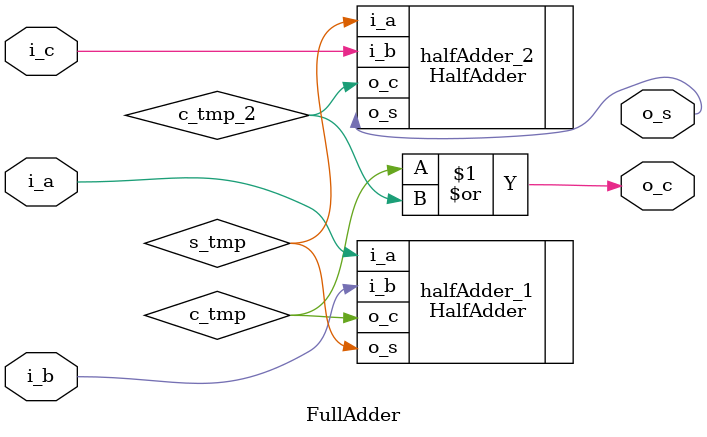
<source format=sv>
module FullAdder (
    input  wire i_a, i_b, i_c,
    output wire o_s, o_c
);
    
    wire s_tmp, c_tmp, c_tmp_2;

    HalfAdder halfAdder_1 (
        .i_a(i_a),
        .i_b(i_b),
        .o_s(s_tmp),
        .o_c(c_tmp)
    );

    HalfAdder halfAdder_2 (
        .i_a(s_tmp),
        .i_b(i_c),
        .o_s(o_s),
        .o_c(c_tmp_2)
    );

    assign o_c = c_tmp | c_tmp_2;

endmodule

</source>
